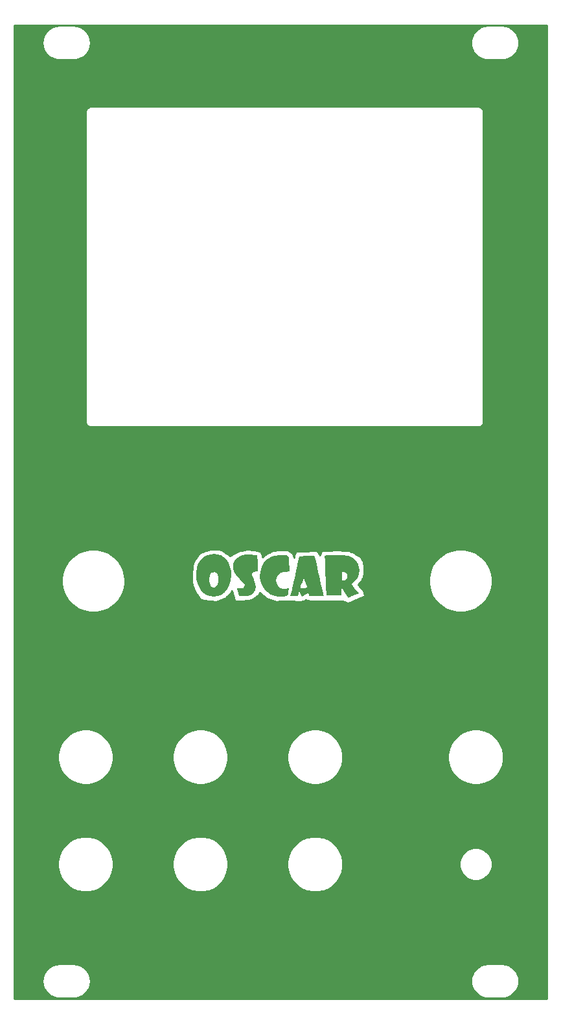
<source format=gbr>
G04 #@! TF.GenerationSoftware,KiCad,Pcbnew,(5.1.4)-1*
G04 #@! TF.CreationDate,2019-09-13T09:02:02+01:00*
G04 #@! TF.ProjectId,oscar_panel,6f736361-725f-4706-916e-656c2e6b6963,rev?*
G04 #@! TF.SameCoordinates,Original*
G04 #@! TF.FileFunction,Copper,L1,Top*
G04 #@! TF.FilePolarity,Positive*
%FSLAX46Y46*%
G04 Gerber Fmt 4.6, Leading zero omitted, Abs format (unit mm)*
G04 Created by KiCad (PCBNEW (5.1.4)-1) date 2019-09-13 09:02:02*
%MOMM*%
%LPD*%
G04 APERTURE LIST*
%ADD10C,1.524000*%
%ADD11C,0.100000*%
%ADD12C,0.254000*%
G04 APERTURE END LIST*
D10*
X167800000Y-111700000D03*
D11*
G36*
X167728191Y-110656576D02*
G01*
X167728205Y-110656576D01*
X168219294Y-110658013D01*
X168219351Y-110658014D01*
X168591006Y-110663356D01*
X168591144Y-110663359D01*
X168869069Y-110675026D01*
X168869343Y-110675045D01*
X169079239Y-110695455D01*
X169079681Y-110695518D01*
X169247250Y-110727091D01*
X169247757Y-110727215D01*
X169398702Y-110772368D01*
X169399045Y-110772484D01*
X169544153Y-110827628D01*
X169544688Y-110827868D01*
X170035425Y-111083607D01*
X170036443Y-111084310D01*
X170400566Y-111409184D01*
X170401230Y-111409905D01*
X170401517Y-111410330D01*
X170642967Y-111810057D01*
X170643531Y-111811404D01*
X170766248Y-112291702D01*
X170766397Y-112292668D01*
X170784639Y-112627155D01*
X170784611Y-112628019D01*
X170720018Y-113169668D01*
X170719693Y-113170940D01*
X170534181Y-113632698D01*
X170533443Y-113633960D01*
X170225693Y-114018173D01*
X170224755Y-114019074D01*
X169843065Y-114299985D01*
X169842983Y-114300044D01*
X169758659Y-114359530D01*
X169753215Y-114425598D01*
X169827384Y-114554819D01*
X169845964Y-114583376D01*
X169964885Y-114741197D01*
X170147611Y-114956914D01*
X170355678Y-115185202D01*
X170366946Y-115197068D01*
X170750628Y-115600154D01*
X170751231Y-115600926D01*
X170751671Y-115601802D01*
X170751932Y-115602747D01*
X170752004Y-115603724D01*
X170751884Y-115604697D01*
X170751577Y-115605628D01*
X170751094Y-115606481D01*
X170750453Y-115607223D01*
X170749681Y-115607826D01*
X170748981Y-115608195D01*
X170082903Y-115894537D01*
X169796149Y-116017833D01*
X169560364Y-116119253D01*
X169406735Y-116185381D01*
X169365913Y-116202994D01*
X169364979Y-116203292D01*
X169364005Y-116203402D01*
X169363028Y-116203321D01*
X169362086Y-116203050D01*
X169361248Y-116202622D01*
X169295420Y-116160743D01*
X169294328Y-116159802D01*
X169180343Y-116028507D01*
X169180077Y-116028172D01*
X169094798Y-115911060D01*
X169094628Y-115910811D01*
X168935767Y-115662392D01*
X168935666Y-115662227D01*
X168762689Y-115367178D01*
X168762612Y-115367043D01*
X168670944Y-115198965D01*
X168670906Y-115198893D01*
X168470289Y-114816371D01*
X168449800Y-115360045D01*
X168428605Y-115922474D01*
X168428473Y-115923445D01*
X168428153Y-115924372D01*
X168427659Y-115925218D01*
X168427009Y-115925952D01*
X168426228Y-115926545D01*
X168425347Y-115926974D01*
X168424399Y-115927223D01*
X168423609Y-115927286D01*
X167446928Y-115927286D01*
X167052711Y-115925798D01*
X167052611Y-115925797D01*
X166781007Y-115919309D01*
X166780704Y-115919292D01*
X166609200Y-115904769D01*
X166608307Y-115904611D01*
X166514386Y-115879016D01*
X166513470Y-115878667D01*
X166512640Y-115878146D01*
X166512127Y-115877689D01*
X166473275Y-115837986D01*
X166472662Y-115837222D01*
X166472209Y-115836352D01*
X166471904Y-115835228D01*
X166465341Y-115791328D01*
X166465289Y-115790748D01*
X166462058Y-115688936D01*
X166452884Y-115460006D01*
X166438543Y-115121876D01*
X166438544Y-115121876D01*
X166419817Y-114692462D01*
X166397480Y-114189656D01*
X166372312Y-113631357D01*
X166352915Y-113205955D01*
X166352915Y-113205944D01*
X166338720Y-112879286D01*
X168507286Y-112879286D01*
X168507286Y-113418571D01*
X168509814Y-113695334D01*
X168523731Y-113856700D01*
X168557641Y-113932332D01*
X168620756Y-113956053D01*
X168673395Y-113957836D01*
X168849632Y-113913909D01*
X169033610Y-113808503D01*
X169171267Y-113656602D01*
X169220828Y-113457044D01*
X169222985Y-113381595D01*
X169166145Y-113117630D01*
X169002715Y-112947897D01*
X168740725Y-112880078D01*
X168703792Y-112879286D01*
X168507286Y-112879286D01*
X166338720Y-112879286D01*
X166338512Y-112874503D01*
X166327605Y-112623547D01*
X166327604Y-112623523D01*
X166306951Y-112087852D01*
X166306950Y-112087824D01*
X166291410Y-111615975D01*
X166291409Y-111615938D01*
X166281436Y-111225010D01*
X166281434Y-111224949D01*
X166277485Y-110932038D01*
X166277486Y-110931900D01*
X166280016Y-110754105D01*
X166280059Y-110753511D01*
X166286430Y-110706044D01*
X166286655Y-110705090D01*
X166287062Y-110704198D01*
X166287635Y-110703403D01*
X166288352Y-110702735D01*
X166289186Y-110702219D01*
X166290547Y-110701780D01*
X166374181Y-110687547D01*
X166374720Y-110687485D01*
X166580315Y-110675127D01*
X166580455Y-110675121D01*
X166884833Y-110665365D01*
X166884908Y-110665363D01*
X167264892Y-110658939D01*
X167264950Y-110658938D01*
X167697363Y-110656572D01*
X167697391Y-110656572D01*
X167728191Y-110656576D01*
X167728191Y-110656576D01*
G37*
D10*
X163900000Y-112000000D03*
D11*
G36*
X164613180Y-110767894D02*
G01*
X164613294Y-110767896D01*
X164839656Y-110773504D01*
X164839965Y-110773521D01*
X164956826Y-110783685D01*
X164957790Y-110783865D01*
X164958568Y-110784164D01*
X164968908Y-110789160D01*
X164969745Y-110789671D01*
X164970466Y-110790335D01*
X164971043Y-110791127D01*
X164971455Y-110792017D01*
X164971680Y-110792939D01*
X164987525Y-110901316D01*
X165032030Y-111130613D01*
X165100668Y-111460732D01*
X165100669Y-111460732D01*
X165188847Y-111871256D01*
X165188846Y-111871256D01*
X165291979Y-112341812D01*
X165405506Y-112852158D01*
X165524851Y-113381966D01*
X165645442Y-113910930D01*
X165762707Y-114418746D01*
X165872074Y-114885109D01*
X165968977Y-115289742D01*
X165968976Y-115289742D01*
X166048811Y-115612207D01*
X166103968Y-115821430D01*
X166149619Y-115984653D01*
X166149789Y-115985619D01*
X166149768Y-115986598D01*
X166149556Y-115987555D01*
X166149161Y-115988453D01*
X166148599Y-115989255D01*
X166147891Y-115989933D01*
X166147064Y-115990460D01*
X166146151Y-115990815D01*
X166144804Y-115991000D01*
X164252551Y-115991000D01*
X164251576Y-115990904D01*
X164250638Y-115990619D01*
X164249773Y-115990157D01*
X164249015Y-115989536D01*
X164248394Y-115988778D01*
X164247932Y-115987913D01*
X164247667Y-115987073D01*
X164199904Y-115769606D01*
X164150003Y-115618485D01*
X164097697Y-115556284D01*
X164014006Y-115593321D01*
X163848317Y-115692709D01*
X163672835Y-115808923D01*
X163303391Y-116063056D01*
X163302533Y-116063530D01*
X163301599Y-116063827D01*
X163300624Y-116063937D01*
X163299648Y-116063854D01*
X163298706Y-116063582D01*
X163297836Y-116063131D01*
X163297070Y-116062520D01*
X163296438Y-116061771D01*
X163296100Y-116061202D01*
X163121271Y-115717193D01*
X162952102Y-115384324D01*
X162863547Y-115679895D01*
X162771405Y-115987435D01*
X162771033Y-115988342D01*
X162770491Y-115989159D01*
X162769800Y-115989854D01*
X162768987Y-115990401D01*
X162768083Y-115990780D01*
X162767122Y-115990974D01*
X162766615Y-115991000D01*
X162262338Y-115991000D01*
X162262205Y-115990998D01*
X161984609Y-115983625D01*
X161983944Y-115983563D01*
X161832372Y-115959066D01*
X161831425Y-115958815D01*
X161830544Y-115958385D01*
X161829589Y-115957619D01*
X161785560Y-115912431D01*
X161784948Y-115911666D01*
X161784497Y-115910795D01*
X161784225Y-115909854D01*
X161784141Y-115908877D01*
X161784267Y-115907826D01*
X161787394Y-115894169D01*
X161787480Y-115893844D01*
X161831617Y-115747169D01*
X161900326Y-115482384D01*
X161988170Y-115123379D01*
X162020571Y-114986383D01*
X162020836Y-114985261D01*
X163090456Y-114985261D01*
X163139764Y-115022483D01*
X163232508Y-115009384D01*
X163421969Y-114973413D01*
X163422052Y-114973398D01*
X163656464Y-114932976D01*
X163656511Y-114932968D01*
X163684394Y-114928429D01*
X163861277Y-114890743D01*
X163926413Y-114834686D01*
X163918507Y-114723099D01*
X163911800Y-114694665D01*
X163855184Y-114521661D01*
X163759174Y-114280554D01*
X163679950Y-114101162D01*
X163500447Y-113712880D01*
X163325879Y-114171403D01*
X163227594Y-114443673D01*
X163147541Y-114690760D01*
X163106213Y-114845732D01*
X163090456Y-114985261D01*
X162020836Y-114985261D01*
X162089714Y-114694048D01*
X162199516Y-114218319D01*
X162312140Y-113720099D01*
X162422147Y-113223300D01*
X162524101Y-112751828D01*
X162612563Y-112329594D01*
X162682098Y-111980511D01*
X162703767Y-111864665D01*
X162898258Y-110796247D01*
X162898527Y-110795304D01*
X162898975Y-110794432D01*
X162899584Y-110793665D01*
X162900332Y-110793030D01*
X162901189Y-110792554D01*
X162902122Y-110792255D01*
X162903079Y-110792143D01*
X163934857Y-110772008D01*
X163934890Y-110772007D01*
X164302995Y-110767257D01*
X164303070Y-110767257D01*
X164613180Y-110767894D01*
X164613180Y-110767894D01*
G37*
D10*
X160100000Y-111600000D03*
D11*
G36*
X161071119Y-110625306D02*
G01*
X161071566Y-110625333D01*
X161301721Y-110649168D01*
X161302681Y-110649364D01*
X161303189Y-110649551D01*
X161441824Y-110709432D01*
X161442681Y-110709907D01*
X161443429Y-110710540D01*
X161444024Y-110711283D01*
X161517941Y-110824164D01*
X161518395Y-110825033D01*
X161518664Y-110825937D01*
X161554666Y-111008770D01*
X161554737Y-111009253D01*
X161569100Y-111157385D01*
X161569108Y-111157480D01*
X161592698Y-111460235D01*
X161592702Y-111460285D01*
X161617720Y-111829448D01*
X161617722Y-111829491D01*
X161638852Y-112186485D01*
X161638854Y-112186513D01*
X161639317Y-112195174D01*
X161670803Y-112786329D01*
X161670759Y-112787308D01*
X161670525Y-112788260D01*
X161670110Y-112789148D01*
X161669529Y-112789938D01*
X161668806Y-112790599D01*
X161667967Y-112791107D01*
X161667046Y-112791441D01*
X161666062Y-112791590D01*
X161132942Y-112818511D01*
X160795577Y-112849136D01*
X160562437Y-112906701D01*
X160399184Y-112995971D01*
X160142773Y-113263278D01*
X159986198Y-113587533D01*
X159928186Y-113938252D01*
X159967488Y-114284761D01*
X160102743Y-114596387D01*
X160332713Y-114842812D01*
X160479114Y-114930218D01*
X160829310Y-115030381D01*
X161202597Y-115030414D01*
X161420368Y-114975869D01*
X161522421Y-114938166D01*
X161523370Y-114937918D01*
X161524186Y-114937856D01*
X161580818Y-114938220D01*
X161581793Y-114938322D01*
X161582729Y-114938613D01*
X161583591Y-114939081D01*
X161584344Y-114939707D01*
X161584961Y-114940469D01*
X161585418Y-114941336D01*
X161585626Y-114941966D01*
X161602279Y-115006226D01*
X161602431Y-115007194D01*
X161602407Y-115008049D01*
X161584776Y-115161937D01*
X161584736Y-115162214D01*
X161538515Y-115431463D01*
X161538513Y-115431476D01*
X161533152Y-115462206D01*
X161533136Y-115462290D01*
X161485183Y-115712017D01*
X161484991Y-115712728D01*
X161434311Y-115857302D01*
X161433898Y-115858191D01*
X161433117Y-115859195D01*
X161354882Y-115936913D01*
X161354122Y-115937533D01*
X161353119Y-115938046D01*
X161222498Y-115987204D01*
X161222095Y-115987336D01*
X161184870Y-115997842D01*
X161184327Y-115997963D01*
X160893293Y-116046059D01*
X160892697Y-116046121D01*
X160523410Y-116062330D01*
X160522990Y-116062331D01*
X160138744Y-116046857D01*
X160138253Y-116046813D01*
X159802344Y-115999861D01*
X159801937Y-115999787D01*
X159773345Y-115993345D01*
X159772705Y-115993155D01*
X159246795Y-115798049D01*
X159245746Y-115797511D01*
X158781902Y-115485919D01*
X158781073Y-115485221D01*
X158391500Y-115076970D01*
X158390877Y-115076167D01*
X158087780Y-114591079D01*
X158087342Y-114590194D01*
X157882924Y-114048095D01*
X157882666Y-114047128D01*
X157789132Y-113467842D01*
X157789074Y-113466798D01*
X157818628Y-112870150D01*
X157818690Y-112869576D01*
X157825346Y-112829613D01*
X157825457Y-112829108D01*
X157995622Y-112210274D01*
X157996026Y-112209258D01*
X158272123Y-111688605D01*
X158272827Y-111687598D01*
X158651789Y-111267465D01*
X158652740Y-111266646D01*
X159131501Y-110949368D01*
X159132534Y-110948844D01*
X159708028Y-110736760D01*
X159708985Y-110736512D01*
X160378148Y-110631957D01*
X160378755Y-110631900D01*
X160722407Y-110620565D01*
X160722640Y-110620562D01*
X161071119Y-110625306D01*
X161071119Y-110625306D01*
G37*
D10*
X155900000Y-111800000D03*
D11*
G36*
X156515238Y-110557063D02*
G01*
X156515500Y-110557083D01*
X156767011Y-110583072D01*
X156767174Y-110583092D01*
X157027819Y-110618734D01*
X157027990Y-110618760D01*
X157254748Y-110657780D01*
X157255072Y-110657847D01*
X157404925Y-110693969D01*
X157405956Y-110694341D01*
X157440536Y-110711309D01*
X157441369Y-110711825D01*
X157442086Y-110712494D01*
X157442658Y-110713289D01*
X157443064Y-110714181D01*
X157443301Y-110715236D01*
X157451754Y-110789991D01*
X157451774Y-110790204D01*
X157465305Y-110983662D01*
X157465308Y-110983714D01*
X157482291Y-111269592D01*
X157482293Y-111269622D01*
X157501102Y-111621635D01*
X157501103Y-111621652D01*
X157508393Y-111767321D01*
X157508393Y-111767326D01*
X157559198Y-112801469D01*
X157559150Y-112802448D01*
X157558912Y-112803398D01*
X157558493Y-112804285D01*
X157557909Y-112805072D01*
X157557182Y-112805730D01*
X157556342Y-112806234D01*
X157555419Y-112806564D01*
X157554204Y-112806714D01*
X157264332Y-112806714D01*
X156985917Y-112843887D01*
X156820334Y-112957533D01*
X156763845Y-113152793D01*
X156815801Y-113436783D01*
X156976215Y-113814213D01*
X157010209Y-113880353D01*
X157010398Y-113880765D01*
X157203738Y-114359133D01*
X157204055Y-114360323D01*
X157264155Y-114795622D01*
X157264193Y-114796602D01*
X157264119Y-114797214D01*
X157192995Y-115182332D01*
X157192723Y-115183274D01*
X157192344Y-115184031D01*
X156992013Y-115511854D01*
X156991423Y-115512636D01*
X156990881Y-115513143D01*
X156663361Y-115776561D01*
X156662448Y-115777145D01*
X156440847Y-115887016D01*
X156439875Y-115887377D01*
X156216895Y-115944914D01*
X156216230Y-115945039D01*
X155909209Y-115981133D01*
X155908801Y-115981164D01*
X155577660Y-115992829D01*
X155577218Y-115992825D01*
X155281882Y-115977076D01*
X155281266Y-115977005D01*
X155141876Y-115952018D01*
X155140933Y-115951751D01*
X155140060Y-115951305D01*
X155139239Y-115950648D01*
X155050374Y-115862633D01*
X155049749Y-115861879D01*
X155049306Y-115861071D01*
X154966275Y-115669643D01*
X154966045Y-115668994D01*
X154940105Y-115575856D01*
X154940069Y-115575717D01*
X154881135Y-115337709D01*
X154829103Y-115137043D01*
X154813662Y-115080993D01*
X154813553Y-115080507D01*
X154798406Y-114991841D01*
X154798337Y-114990863D01*
X154798459Y-114989891D01*
X154798769Y-114988961D01*
X154799255Y-114988109D01*
X154799906Y-114987360D01*
X154842491Y-114947228D01*
X154843267Y-114946629D01*
X154844144Y-114946193D01*
X154845090Y-114945936D01*
X154845805Y-114945868D01*
X154977915Y-114942833D01*
X154978455Y-114942850D01*
X155145649Y-114957100D01*
X155399064Y-114966597D01*
X155562279Y-114928707D01*
X155655758Y-114864447D01*
X155768150Y-114730089D01*
X155800048Y-114587741D01*
X155744387Y-114417988D01*
X155592252Y-114202352D01*
X155335721Y-113923584D01*
X155185345Y-113773987D01*
X155185318Y-113773960D01*
X154855366Y-113440635D01*
X154855147Y-113440399D01*
X154620174Y-113170305D01*
X154619784Y-113169794D01*
X154462704Y-112933922D01*
X154462252Y-112933077D01*
X154365982Y-112702418D01*
X154365699Y-112701503D01*
X154313154Y-112447047D01*
X154313075Y-112446528D01*
X154294750Y-112261200D01*
X154294737Y-112260375D01*
X154325978Y-111792778D01*
X154326139Y-111791811D01*
X154326324Y-111791255D01*
X154490564Y-111380448D01*
X154491016Y-111379578D01*
X154491390Y-111379074D01*
X154786183Y-111030681D01*
X154786801Y-111030068D01*
X154855658Y-110972743D01*
X154856346Y-110972262D01*
X155138717Y-110808267D01*
X155139522Y-110807891D01*
X155513417Y-110672158D01*
X155514034Y-110671978D01*
X155926403Y-110579968D01*
X155927070Y-110579866D01*
X156315206Y-110547018D01*
X156315880Y-110547006D01*
X156515238Y-110557063D01*
X156515238Y-110557063D01*
G37*
D10*
X151500000Y-111700000D03*
D11*
G36*
X151774973Y-110519966D02*
G01*
X152278927Y-110560664D01*
X152279978Y-110560864D01*
X152696062Y-110687269D01*
X152697250Y-110687808D01*
X153065429Y-110916892D01*
X153066211Y-110917492D01*
X153359555Y-111192958D01*
X153360188Y-111193680D01*
X153679159Y-111636283D01*
X153679712Y-111637268D01*
X153898855Y-112158297D01*
X153899139Y-112159207D01*
X154019690Y-112732908D01*
X154019793Y-112733743D01*
X154042985Y-113334362D01*
X154042953Y-113335157D01*
X153970018Y-113936939D01*
X153969855Y-113937733D01*
X153802028Y-114514927D01*
X153801706Y-114515754D01*
X153540220Y-115042604D01*
X153539674Y-115043469D01*
X153185762Y-115494222D01*
X153185349Y-115494685D01*
X153152389Y-115527359D01*
X153151825Y-115527841D01*
X152747159Y-115824438D01*
X152746035Y-115825057D01*
X152275290Y-116010458D01*
X152274134Y-116010760D01*
X151770712Y-116079459D01*
X151769507Y-116079477D01*
X151266811Y-116025965D01*
X151265691Y-116025713D01*
X150902065Y-115898686D01*
X150900992Y-115898160D01*
X150457786Y-115610528D01*
X150456868Y-115609761D01*
X150077774Y-115207118D01*
X150077133Y-115206274D01*
X149778015Y-114710498D01*
X149777589Y-114709602D01*
X149574310Y-114142569D01*
X149574148Y-114142017D01*
X149548756Y-114033124D01*
X149548670Y-114032658D01*
X149513605Y-113773024D01*
X149513567Y-113772627D01*
X149507784Y-113666461D01*
X149507780Y-113666373D01*
X151176406Y-113666373D01*
X151191818Y-114002233D01*
X151257646Y-114326105D01*
X151371470Y-114601661D01*
X151530867Y-114793136D01*
X151570746Y-114819793D01*
X151677655Y-114880549D01*
X151747059Y-114889993D01*
X151858211Y-114851950D01*
X151903559Y-114834510D01*
X152088273Y-114697331D01*
X152229855Y-114463895D01*
X152325566Y-114167012D01*
X152372377Y-113840454D01*
X152367505Y-113517960D01*
X152308337Y-113233326D01*
X152192567Y-113020234D01*
X152059611Y-112924094D01*
X151814924Y-112881456D01*
X151557240Y-112909996D01*
X151453695Y-112949595D01*
X151305485Y-113104058D01*
X151213641Y-113354835D01*
X151176406Y-113666373D01*
X149507780Y-113666373D01*
X149494763Y-113427463D01*
X149494756Y-113427189D01*
X149494923Y-113055474D01*
X149494927Y-113055285D01*
X149498954Y-112950025D01*
X149498991Y-112949576D01*
X149584505Y-112287478D01*
X149584714Y-112286556D01*
X149770082Y-111722764D01*
X149770563Y-111721724D01*
X150051554Y-111260757D01*
X150052380Y-111259733D01*
X150424761Y-110906111D01*
X150425876Y-110905312D01*
X150885417Y-110663554D01*
X150886619Y-110663107D01*
X151429087Y-110537734D01*
X151429957Y-110537613D01*
X151774315Y-110519957D01*
X151774973Y-110519966D01*
X151774973Y-110519966D01*
G37*
D12*
G36*
X195305001Y-168555000D02*
G01*
X125695000Y-168555000D01*
X125695000Y-166250000D01*
X129354186Y-166250000D01*
X129397339Y-166688137D01*
X129525138Y-167109436D01*
X129732674Y-167497707D01*
X130011970Y-167838030D01*
X130352293Y-168117326D01*
X130740564Y-168324862D01*
X131161863Y-168452661D01*
X131490204Y-168485000D01*
X133509796Y-168485000D01*
X133838137Y-168452661D01*
X134259436Y-168324862D01*
X134647707Y-168117326D01*
X134988030Y-167838030D01*
X135267326Y-167497707D01*
X135474862Y-167109436D01*
X135602661Y-166688137D01*
X135645814Y-166250000D01*
X185354186Y-166250000D01*
X185397339Y-166688137D01*
X185525138Y-167109436D01*
X185732674Y-167497707D01*
X186011970Y-167838030D01*
X186352293Y-168117326D01*
X186740564Y-168324862D01*
X187161863Y-168452661D01*
X187490204Y-168485000D01*
X189509796Y-168485000D01*
X189838137Y-168452661D01*
X190259436Y-168324862D01*
X190647707Y-168117326D01*
X190988030Y-167838030D01*
X191267326Y-167497707D01*
X191474862Y-167109436D01*
X191602661Y-166688137D01*
X191645814Y-166250000D01*
X191602661Y-165811863D01*
X191474862Y-165390564D01*
X191267326Y-165002293D01*
X190988030Y-164661970D01*
X190647707Y-164382674D01*
X190259436Y-164175138D01*
X189838137Y-164047339D01*
X189509796Y-164015000D01*
X187490204Y-164015000D01*
X187161863Y-164047339D01*
X186740564Y-164175138D01*
X186352293Y-164382674D01*
X186011970Y-164661970D01*
X185732674Y-165002293D01*
X185525138Y-165390564D01*
X185397339Y-165811863D01*
X185354186Y-166250000D01*
X135645814Y-166250000D01*
X135602661Y-165811863D01*
X135474862Y-165390564D01*
X135267326Y-165002293D01*
X134988030Y-164661970D01*
X134647707Y-164382674D01*
X134259436Y-164175138D01*
X133838137Y-164047339D01*
X133509796Y-164015000D01*
X131490204Y-164015000D01*
X131161863Y-164047339D01*
X130740564Y-164175138D01*
X130352293Y-164382674D01*
X130011970Y-164661970D01*
X129732674Y-165002293D01*
X129525138Y-165390564D01*
X129397339Y-165811863D01*
X129354186Y-166250000D01*
X125695000Y-166250000D01*
X125695000Y-150641984D01*
X131365000Y-150641984D01*
X131365000Y-151358016D01*
X131504691Y-152060290D01*
X131778705Y-152721818D01*
X132176511Y-153317177D01*
X132682823Y-153823489D01*
X133278182Y-154221295D01*
X133939710Y-154495309D01*
X134641984Y-154635000D01*
X135358016Y-154635000D01*
X136060290Y-154495309D01*
X136721818Y-154221295D01*
X137317177Y-153823489D01*
X137823489Y-153317177D01*
X138221295Y-152721818D01*
X138495309Y-152060290D01*
X138635000Y-151358016D01*
X138635000Y-150641984D01*
X146365000Y-150641984D01*
X146365000Y-151358016D01*
X146504691Y-152060290D01*
X146778705Y-152721818D01*
X147176511Y-153317177D01*
X147682823Y-153823489D01*
X148278182Y-154221295D01*
X148939710Y-154495309D01*
X149641984Y-154635000D01*
X150358016Y-154635000D01*
X151060290Y-154495309D01*
X151721818Y-154221295D01*
X152317177Y-153823489D01*
X152823489Y-153317177D01*
X153221295Y-152721818D01*
X153495309Y-152060290D01*
X153635000Y-151358016D01*
X153635000Y-150641984D01*
X161365000Y-150641984D01*
X161365000Y-151358016D01*
X161504691Y-152060290D01*
X161778705Y-152721818D01*
X162176511Y-153317177D01*
X162682823Y-153823489D01*
X163278182Y-154221295D01*
X163939710Y-154495309D01*
X164641984Y-154635000D01*
X165358016Y-154635000D01*
X166060290Y-154495309D01*
X166721818Y-154221295D01*
X167317177Y-153823489D01*
X167823489Y-153317177D01*
X168221295Y-152721818D01*
X168495309Y-152060290D01*
X168635000Y-151358016D01*
X168635000Y-150789721D01*
X183865000Y-150789721D01*
X183865000Y-151210279D01*
X183947047Y-151622756D01*
X184107988Y-152011302D01*
X184341637Y-152360983D01*
X184639017Y-152658363D01*
X184988698Y-152892012D01*
X185377244Y-153052953D01*
X185789721Y-153135000D01*
X186210279Y-153135000D01*
X186622756Y-153052953D01*
X187011302Y-152892012D01*
X187360983Y-152658363D01*
X187658363Y-152360983D01*
X187892012Y-152011302D01*
X188052953Y-151622756D01*
X188135000Y-151210279D01*
X188135000Y-150789721D01*
X188052953Y-150377244D01*
X187892012Y-149988698D01*
X187658363Y-149639017D01*
X187360983Y-149341637D01*
X187011302Y-149107988D01*
X186622756Y-148947047D01*
X186210279Y-148865000D01*
X185789721Y-148865000D01*
X185377244Y-148947047D01*
X184988698Y-149107988D01*
X184639017Y-149341637D01*
X184341637Y-149639017D01*
X184107988Y-149988698D01*
X183947047Y-150377244D01*
X183865000Y-150789721D01*
X168635000Y-150789721D01*
X168635000Y-150641984D01*
X168495309Y-149939710D01*
X168221295Y-149278182D01*
X167823489Y-148682823D01*
X167317177Y-148176511D01*
X166721818Y-147778705D01*
X166060290Y-147504691D01*
X165358016Y-147365000D01*
X164641984Y-147365000D01*
X163939710Y-147504691D01*
X163278182Y-147778705D01*
X162682823Y-148176511D01*
X162176511Y-148682823D01*
X161778705Y-149278182D01*
X161504691Y-149939710D01*
X161365000Y-150641984D01*
X153635000Y-150641984D01*
X153495309Y-149939710D01*
X153221295Y-149278182D01*
X152823489Y-148682823D01*
X152317177Y-148176511D01*
X151721818Y-147778705D01*
X151060290Y-147504691D01*
X150358016Y-147365000D01*
X149641984Y-147365000D01*
X148939710Y-147504691D01*
X148278182Y-147778705D01*
X147682823Y-148176511D01*
X147176511Y-148682823D01*
X146778705Y-149278182D01*
X146504691Y-149939710D01*
X146365000Y-150641984D01*
X138635000Y-150641984D01*
X138495309Y-149939710D01*
X138221295Y-149278182D01*
X137823489Y-148682823D01*
X137317177Y-148176511D01*
X136721818Y-147778705D01*
X136060290Y-147504691D01*
X135358016Y-147365000D01*
X134641984Y-147365000D01*
X133939710Y-147504691D01*
X133278182Y-147778705D01*
X132682823Y-148176511D01*
X132176511Y-148682823D01*
X131778705Y-149278182D01*
X131504691Y-149939710D01*
X131365000Y-150641984D01*
X125695000Y-150641984D01*
X125695000Y-136641984D01*
X131365000Y-136641984D01*
X131365000Y-137358016D01*
X131504691Y-138060290D01*
X131778705Y-138721818D01*
X132176511Y-139317177D01*
X132682823Y-139823489D01*
X133278182Y-140221295D01*
X133939710Y-140495309D01*
X134641984Y-140635000D01*
X135358016Y-140635000D01*
X136060290Y-140495309D01*
X136721818Y-140221295D01*
X137317177Y-139823489D01*
X137823489Y-139317177D01*
X138221295Y-138721818D01*
X138495309Y-138060290D01*
X138635000Y-137358016D01*
X138635000Y-136641984D01*
X146365000Y-136641984D01*
X146365000Y-137358016D01*
X146504691Y-138060290D01*
X146778705Y-138721818D01*
X147176511Y-139317177D01*
X147682823Y-139823489D01*
X148278182Y-140221295D01*
X148939710Y-140495309D01*
X149641984Y-140635000D01*
X150358016Y-140635000D01*
X151060290Y-140495309D01*
X151721818Y-140221295D01*
X152317177Y-139823489D01*
X152823489Y-139317177D01*
X153221295Y-138721818D01*
X153495309Y-138060290D01*
X153635000Y-137358016D01*
X153635000Y-136641984D01*
X161365000Y-136641984D01*
X161365000Y-137358016D01*
X161504691Y-138060290D01*
X161778705Y-138721818D01*
X162176511Y-139317177D01*
X162682823Y-139823489D01*
X163278182Y-140221295D01*
X163939710Y-140495309D01*
X164641984Y-140635000D01*
X165358016Y-140635000D01*
X166060290Y-140495309D01*
X166721818Y-140221295D01*
X167317177Y-139823489D01*
X167823489Y-139317177D01*
X168221295Y-138721818D01*
X168495309Y-138060290D01*
X168635000Y-137358016D01*
X168635000Y-136641984D01*
X182365000Y-136641984D01*
X182365000Y-137358016D01*
X182504691Y-138060290D01*
X182778705Y-138721818D01*
X183176511Y-139317177D01*
X183682823Y-139823489D01*
X184278182Y-140221295D01*
X184939710Y-140495309D01*
X185641984Y-140635000D01*
X186358016Y-140635000D01*
X187060290Y-140495309D01*
X187721818Y-140221295D01*
X188317177Y-139823489D01*
X188823489Y-139317177D01*
X189221295Y-138721818D01*
X189495309Y-138060290D01*
X189635000Y-137358016D01*
X189635000Y-136641984D01*
X189495309Y-135939710D01*
X189221295Y-135278182D01*
X188823489Y-134682823D01*
X188317177Y-134176511D01*
X187721818Y-133778705D01*
X187060290Y-133504691D01*
X186358016Y-133365000D01*
X185641984Y-133365000D01*
X184939710Y-133504691D01*
X184278182Y-133778705D01*
X183682823Y-134176511D01*
X183176511Y-134682823D01*
X182778705Y-135278182D01*
X182504691Y-135939710D01*
X182365000Y-136641984D01*
X168635000Y-136641984D01*
X168495309Y-135939710D01*
X168221295Y-135278182D01*
X167823489Y-134682823D01*
X167317177Y-134176511D01*
X166721818Y-133778705D01*
X166060290Y-133504691D01*
X165358016Y-133365000D01*
X164641984Y-133365000D01*
X163939710Y-133504691D01*
X163278182Y-133778705D01*
X162682823Y-134176511D01*
X162176511Y-134682823D01*
X161778705Y-135278182D01*
X161504691Y-135939710D01*
X161365000Y-136641984D01*
X153635000Y-136641984D01*
X153495309Y-135939710D01*
X153221295Y-135278182D01*
X152823489Y-134682823D01*
X152317177Y-134176511D01*
X151721818Y-133778705D01*
X151060290Y-133504691D01*
X150358016Y-133365000D01*
X149641984Y-133365000D01*
X148939710Y-133504691D01*
X148278182Y-133778705D01*
X147682823Y-134176511D01*
X147176511Y-134682823D01*
X146778705Y-135278182D01*
X146504691Y-135939710D01*
X146365000Y-136641984D01*
X138635000Y-136641984D01*
X138495309Y-135939710D01*
X138221295Y-135278182D01*
X137823489Y-134682823D01*
X137317177Y-134176511D01*
X136721818Y-133778705D01*
X136060290Y-133504691D01*
X135358016Y-133365000D01*
X134641984Y-133365000D01*
X133939710Y-133504691D01*
X133278182Y-133778705D01*
X132682823Y-134176511D01*
X132176511Y-134682823D01*
X131778705Y-135278182D01*
X131504691Y-135939710D01*
X131365000Y-136641984D01*
X125695000Y-136641984D01*
X125695000Y-113592738D01*
X131865000Y-113592738D01*
X131865000Y-114407262D01*
X132023906Y-115206135D01*
X132335611Y-115958657D01*
X132788136Y-116635909D01*
X133364091Y-117211864D01*
X134041343Y-117664389D01*
X134793865Y-117976094D01*
X135592738Y-118135000D01*
X136407262Y-118135000D01*
X137206135Y-117976094D01*
X137958657Y-117664389D01*
X138635909Y-117211864D01*
X139211864Y-116635909D01*
X139664389Y-115958657D01*
X139976094Y-115206135D01*
X140135000Y-114407262D01*
X140135000Y-113592738D01*
X140102014Y-113426902D01*
X148856684Y-113426902D01*
X148856892Y-113443485D01*
X148856899Y-113443759D01*
X148857636Y-113462177D01*
X148870653Y-113701087D01*
X148870657Y-113701166D01*
X148876440Y-113807332D01*
X148878398Y-113833424D01*
X148878436Y-113833821D01*
X148881274Y-113858424D01*
X148916339Y-114118058D01*
X148921194Y-114148458D01*
X148921280Y-114148924D01*
X148923031Y-114157312D01*
X148973777Y-114614025D01*
X148976113Y-114627947D01*
X148983946Y-114651580D01*
X149383946Y-115551580D01*
X149399752Y-115577970D01*
X150099752Y-116477970D01*
X150116890Y-116496030D01*
X150137221Y-116510398D01*
X150159965Y-116520525D01*
X150184248Y-116526019D01*
X151097509Y-116640177D01*
X151125626Y-116648222D01*
X151126746Y-116648474D01*
X151199270Y-116660452D01*
X151606562Y-116703808D01*
X151784248Y-116726019D01*
X151808870Y-116726690D01*
X151833416Y-116722525D01*
X151889466Y-116707239D01*
X152360408Y-116642972D01*
X152435415Y-116628113D01*
X152436571Y-116627811D01*
X152509111Y-116604144D01*
X152979856Y-116418743D01*
X153053839Y-116383978D01*
X153054963Y-116383359D01*
X153124361Y-116339078D01*
X153164150Y-116309915D01*
X153356796Y-116213592D01*
X153386957Y-116192560D01*
X153403344Y-116173817D01*
X153462136Y-116091508D01*
X153529027Y-116042481D01*
X153566368Y-116012908D01*
X153566932Y-116012426D01*
X153601604Y-115980506D01*
X153634564Y-115947832D01*
X153661512Y-115919426D01*
X153661925Y-115918963D01*
X153687625Y-115888264D01*
X154041537Y-115437511D01*
X154079246Y-115384054D01*
X154079792Y-115383189D01*
X154111768Y-115326274D01*
X154124968Y-115299678D01*
X154477886Y-116534890D01*
X154482667Y-116548601D01*
X154494403Y-116570557D01*
X154510197Y-116589803D01*
X154529443Y-116605597D01*
X154551399Y-116617333D01*
X154575224Y-116624560D01*
X154600000Y-116627000D01*
X155487133Y-116627000D01*
X155543241Y-116629992D01*
X155571444Y-116630871D01*
X155571886Y-116630875D01*
X155600123Y-116630505D01*
X155699621Y-116627000D01*
X155800000Y-116627000D01*
X155824907Y-116624534D01*
X155836726Y-116622170D01*
X155931264Y-116618840D01*
X155957143Y-116617402D01*
X155957551Y-116617371D01*
X155983709Y-116614841D01*
X156290730Y-116578747D01*
X156334104Y-116572129D01*
X156334769Y-116572004D01*
X156376319Y-116562749D01*
X156599299Y-116505212D01*
X156662028Y-116485528D01*
X156663000Y-116485167D01*
X156724282Y-116458681D01*
X156771685Y-116435178D01*
X156824907Y-116424534D01*
X156848478Y-116417383D01*
X156870447Y-116405670D01*
X157470447Y-116005670D01*
X157489896Y-115989709D01*
X157505670Y-115970447D01*
X157800000Y-115528952D01*
X157894330Y-115670447D01*
X157918697Y-115697564D01*
X158518697Y-116197564D01*
X158543204Y-116213592D01*
X159143204Y-116513592D01*
X159169198Y-116523208D01*
X159969198Y-116723208D01*
X159983042Y-116725863D01*
X160007922Y-116726753D01*
X160461117Y-116698428D01*
X160497315Y-116699886D01*
X160524509Y-116700401D01*
X160524929Y-116700400D01*
X160551390Y-116699788D01*
X160920677Y-116683579D01*
X160958717Y-116680768D01*
X160959313Y-116680706D01*
X160997329Y-116675592D01*
X161101232Y-116658421D01*
X161600000Y-116627248D01*
X163192078Y-116726753D01*
X163215884Y-116726003D01*
X163240161Y-116720483D01*
X163304874Y-116698912D01*
X163372158Y-116697987D01*
X163373133Y-116697877D01*
X163494957Y-116671896D01*
X163495891Y-116671599D01*
X163611081Y-116622041D01*
X163611939Y-116621567D01*
X163665013Y-116588761D01*
X163692922Y-116569563D01*
X163805077Y-116532178D01*
X164041170Y-116591201D01*
X164065141Y-116601132D01*
X164066079Y-116601417D01*
X164144492Y-116617031D01*
X164169198Y-116623208D01*
X164185729Y-116625243D01*
X164189053Y-116625905D01*
X164190028Y-116626001D01*
X164193118Y-116626153D01*
X164200000Y-116627000D01*
X164210367Y-116627000D01*
X164252551Y-116629072D01*
X166144804Y-116629072D01*
X166175119Y-116627000D01*
X168573933Y-116627000D01*
X169249972Y-116916731D01*
X169276744Y-116924853D01*
X169301548Y-116926991D01*
X169326293Y-116924248D01*
X169350028Y-116916731D01*
X171450028Y-116016731D01*
X171468676Y-116006830D01*
X171488198Y-115991379D01*
X171504330Y-115972416D01*
X171516454Y-115950671D01*
X171524101Y-115926979D01*
X171526980Y-115902249D01*
X171524979Y-115877433D01*
X171518175Y-115853485D01*
X171506830Y-115831324D01*
X171386215Y-115643701D01*
X171388350Y-115556828D01*
X171388278Y-115555851D01*
X171366977Y-115432877D01*
X171366716Y-115431932D01*
X171321858Y-115315407D01*
X171321418Y-115314531D01*
X171254087Y-115208151D01*
X171253484Y-115207379D01*
X171212800Y-115160230D01*
X170829118Y-114757144D01*
X170822890Y-114750586D01*
X170786170Y-114710297D01*
X170649493Y-114497689D01*
X170654216Y-114489818D01*
X170666773Y-114479244D01*
X170667711Y-114478343D01*
X170723703Y-114417073D01*
X171031453Y-114032860D01*
X171084248Y-113956063D01*
X171084986Y-113954801D01*
X171126258Y-113870566D01*
X171186858Y-113719725D01*
X171288448Y-113592738D01*
X179865000Y-113592738D01*
X179865000Y-114407262D01*
X180023906Y-115206135D01*
X180335611Y-115958657D01*
X180788136Y-116635909D01*
X181364091Y-117211864D01*
X182041343Y-117664389D01*
X182793865Y-117976094D01*
X183592738Y-118135000D01*
X184407262Y-118135000D01*
X185206135Y-117976094D01*
X185958657Y-117664389D01*
X186635909Y-117211864D01*
X187211864Y-116635909D01*
X187664389Y-115958657D01*
X187976094Y-115206135D01*
X188135000Y-114407262D01*
X188135000Y-113592738D01*
X187976094Y-112793865D01*
X187664389Y-112041343D01*
X187211864Y-111364091D01*
X186635909Y-110788136D01*
X185958657Y-110335611D01*
X185206135Y-110023906D01*
X184407262Y-109865000D01*
X183592738Y-109865000D01*
X182793865Y-110023906D01*
X182041343Y-110335611D01*
X181364091Y-110788136D01*
X180788136Y-111364091D01*
X180335611Y-112041343D01*
X180023906Y-112793865D01*
X179865000Y-113592738D01*
X171288448Y-113592738D01*
X171299170Y-113579336D01*
X171311248Y-113561261D01*
X171321062Y-113538380D01*
X171326223Y-113514025D01*
X171390056Y-112939530D01*
X171418194Y-112703575D01*
X171422297Y-112649357D01*
X171426223Y-112614025D01*
X171426370Y-112587363D01*
X171415633Y-112479997D01*
X171403522Y-112257921D01*
X171397012Y-112195399D01*
X171396863Y-112194433D01*
X171384460Y-112133748D01*
X171378789Y-112111552D01*
X171326370Y-111587363D01*
X171320441Y-111559713D01*
X171310267Y-111536990D01*
X170910267Y-110836990D01*
X170895943Y-110816789D01*
X170877866Y-110799671D01*
X170856796Y-110786408D01*
X170382915Y-110549467D01*
X170330306Y-110517761D01*
X169839569Y-110262022D01*
X169805851Y-110245691D01*
X169805316Y-110245451D01*
X169770818Y-110231173D01*
X169668751Y-110192385D01*
X169456796Y-110086408D01*
X169433007Y-110077364D01*
X169408448Y-110073281D01*
X168979821Y-110044706D01*
X168931097Y-110039968D01*
X168913483Y-110038502D01*
X168913209Y-110038483D01*
X168895831Y-110037515D01*
X168831364Y-110034809D01*
X167908448Y-109973281D01*
X167893658Y-109973158D01*
X166697257Y-110032978D01*
X166560014Y-110037377D01*
X166553134Y-110037634D01*
X166552994Y-110037640D01*
X166542031Y-110038205D01*
X166336436Y-110050563D01*
X166324271Y-110051627D01*
X165893658Y-110073158D01*
X165861167Y-110079083D01*
X165838323Y-110088982D01*
X165817850Y-110103148D01*
X165800533Y-110121035D01*
X165787039Y-110141958D01*
X165777886Y-110165110D01*
X165650247Y-110611847D01*
X165303344Y-110126183D01*
X165286285Y-110106812D01*
X165266447Y-110091770D01*
X165244055Y-110080886D01*
X165219971Y-110074580D01*
X165195119Y-110073094D01*
X163288389Y-110146430D01*
X162890629Y-110154192D01*
X162828910Y-110158396D01*
X162827953Y-110158508D01*
X162796346Y-110165354D01*
X162595119Y-110173094D01*
X162566456Y-110177510D01*
X162543204Y-110186408D01*
X162522134Y-110199671D01*
X162504057Y-110216789D01*
X162489667Y-110237106D01*
X162479517Y-110259839D01*
X162451674Y-110343368D01*
X162399875Y-110396895D01*
X162399266Y-110397662D01*
X162331424Y-110502846D01*
X162330976Y-110503718D01*
X162284932Y-110620270D01*
X162284663Y-110621213D01*
X162270502Y-110681973D01*
X162220665Y-110955747D01*
X162124534Y-110475093D01*
X162117282Y-110451276D01*
X162105523Y-110429332D01*
X162089709Y-110410104D01*
X162070447Y-110394330D01*
X161932226Y-110302182D01*
X161855616Y-110223469D01*
X161854868Y-110222836D01*
X161752003Y-110151825D01*
X161751146Y-110151350D01*
X161694835Y-110123667D01*
X161608546Y-110086396D01*
X161470447Y-109994330D01*
X161448601Y-109982667D01*
X161424776Y-109975440D01*
X161400000Y-109973000D01*
X160600000Y-109973000D01*
X160588502Y-109973522D01*
X160363368Y-109993989D01*
X160357720Y-109994175D01*
X160319100Y-109996623D01*
X160318493Y-109996680D01*
X160279646Y-110001534D01*
X160278639Y-110001691D01*
X159488502Y-110073522D01*
X159461167Y-110079083D01*
X159438323Y-110088982D01*
X159079292Y-110288444D01*
X158911894Y-110350134D01*
X158843879Y-110379797D01*
X158842846Y-110380321D01*
X158779022Y-110417490D01*
X158300261Y-110734768D01*
X158236359Y-110783156D01*
X158235408Y-110783975D01*
X158177986Y-110840093D01*
X158149863Y-110871271D01*
X158082887Y-110692668D01*
X158077332Y-110643542D01*
X158065858Y-110575382D01*
X158065621Y-110574327D01*
X158023810Y-110449851D01*
X158023404Y-110448959D01*
X157960599Y-110340632D01*
X157960027Y-110339837D01*
X157943562Y-110321134D01*
X157918914Y-110255407D01*
X157911018Y-110238323D01*
X157896852Y-110217850D01*
X157878965Y-110200533D01*
X157858042Y-110187039D01*
X157834890Y-110177886D01*
X157747921Y-110153038D01*
X157721615Y-110138482D01*
X157687035Y-110121514D01*
X157622516Y-110094143D01*
X157621485Y-110093771D01*
X157554449Y-110073664D01*
X157404596Y-110037542D01*
X157384285Y-110032995D01*
X157383961Y-110032928D01*
X157362956Y-110028950D01*
X157238896Y-110007602D01*
X157134890Y-109977886D01*
X157112637Y-109973630D01*
X156112637Y-109873630D01*
X156093827Y-109873150D01*
X156069198Y-109876792D01*
X155416058Y-110040077D01*
X155375081Y-110049220D01*
X155335336Y-110059440D01*
X155334719Y-110059620D01*
X155324436Y-110062982D01*
X154869198Y-110176792D01*
X154857160Y-110180444D01*
X154834659Y-110191098D01*
X153906059Y-110748258D01*
X153538599Y-110485786D01*
X153502999Y-110452356D01*
X153454624Y-110411260D01*
X153453842Y-110410660D01*
X153402518Y-110375129D01*
X153034339Y-110146045D01*
X152960881Y-110106745D01*
X152959693Y-110106206D01*
X152907244Y-110086438D01*
X152563010Y-109889733D01*
X152548601Y-109882667D01*
X152524776Y-109875440D01*
X152500000Y-109873000D01*
X151300000Y-109873000D01*
X151284116Y-109873997D01*
X151259839Y-109879517D01*
X150844626Y-110017921D01*
X150742938Y-110041423D01*
X150664214Y-110065050D01*
X150663012Y-110065497D01*
X150588339Y-110098859D01*
X150565038Y-110111117D01*
X150059839Y-110279517D01*
X150038739Y-110288752D01*
X150018213Y-110302841D01*
X150000830Y-110320664D01*
X149640990Y-110770464D01*
X149613000Y-110797044D01*
X149555742Y-110859125D01*
X149554916Y-110860149D01*
X149506725Y-110928646D01*
X149482015Y-110969182D01*
X149200830Y-111320664D01*
X149189667Y-111337106D01*
X149179517Y-111359839D01*
X148979517Y-111959839D01*
X148973777Y-111985975D01*
X148935005Y-112334923D01*
X148866175Y-112867844D01*
X148863074Y-112897173D01*
X148863037Y-112897622D01*
X148861348Y-112925632D01*
X148857321Y-113030892D01*
X148856998Y-113041784D01*
X148856994Y-113041973D01*
X148856851Y-113055187D01*
X148856684Y-113426902D01*
X140102014Y-113426902D01*
X139976094Y-112793865D01*
X139664389Y-112041343D01*
X139211864Y-111364091D01*
X138635909Y-110788136D01*
X137958657Y-110335611D01*
X137206135Y-110023906D01*
X136407262Y-109865000D01*
X135592738Y-109865000D01*
X134793865Y-110023906D01*
X134041343Y-110335611D01*
X133364091Y-110788136D01*
X132788136Y-111364091D01*
X132335611Y-112041343D01*
X132023906Y-112793865D01*
X131865000Y-113592738D01*
X125695000Y-113592738D01*
X125695000Y-52800000D01*
X134986565Y-52800000D01*
X134990001Y-52834887D01*
X134990000Y-93165123D01*
X134986565Y-93200000D01*
X135000273Y-93339184D01*
X135040872Y-93473020D01*
X135106800Y-93596363D01*
X135195525Y-93704475D01*
X135303637Y-93793200D01*
X135426980Y-93859128D01*
X135560816Y-93899727D01*
X135700000Y-93913435D01*
X135734877Y-93910000D01*
X186265123Y-93910000D01*
X186300000Y-93913435D01*
X186334877Y-93910000D01*
X186439184Y-93899727D01*
X186573020Y-93859128D01*
X186696363Y-93793200D01*
X186804475Y-93704475D01*
X186893200Y-93596363D01*
X186959128Y-93473020D01*
X186999727Y-93339184D01*
X187013435Y-93200000D01*
X187010000Y-93165123D01*
X187010000Y-52834877D01*
X187013435Y-52800000D01*
X186999727Y-52660816D01*
X186959128Y-52526980D01*
X186893200Y-52403637D01*
X186804475Y-52295525D01*
X186696363Y-52206800D01*
X186573020Y-52140872D01*
X186439184Y-52100273D01*
X186334877Y-52090000D01*
X186300000Y-52086565D01*
X186265123Y-52090000D01*
X135734877Y-52090000D01*
X135700000Y-52086565D01*
X135665123Y-52090000D01*
X135560816Y-52100273D01*
X135426980Y-52140872D01*
X135303637Y-52206800D01*
X135195525Y-52295525D01*
X135106800Y-52403637D01*
X135040872Y-52526980D01*
X135000273Y-52660816D01*
X134986565Y-52800000D01*
X125695000Y-52800000D01*
X125695000Y-43750000D01*
X129354186Y-43750000D01*
X129397339Y-44188137D01*
X129525138Y-44609436D01*
X129732674Y-44997707D01*
X130011970Y-45338030D01*
X130352293Y-45617326D01*
X130740564Y-45824862D01*
X131161863Y-45952661D01*
X131490204Y-45985000D01*
X133509796Y-45985000D01*
X133838137Y-45952661D01*
X134259436Y-45824862D01*
X134647707Y-45617326D01*
X134988030Y-45338030D01*
X135267326Y-44997707D01*
X135474862Y-44609436D01*
X135602661Y-44188137D01*
X135645814Y-43750000D01*
X185354186Y-43750000D01*
X185397339Y-44188137D01*
X185525138Y-44609436D01*
X185732674Y-44997707D01*
X186011970Y-45338030D01*
X186352293Y-45617326D01*
X186740564Y-45824862D01*
X187161863Y-45952661D01*
X187490204Y-45985000D01*
X189509796Y-45985000D01*
X189838137Y-45952661D01*
X190259436Y-45824862D01*
X190647707Y-45617326D01*
X190988030Y-45338030D01*
X191267326Y-44997707D01*
X191474862Y-44609436D01*
X191602661Y-44188137D01*
X191645814Y-43750000D01*
X191602661Y-43311863D01*
X191474862Y-42890564D01*
X191267326Y-42502293D01*
X190988030Y-42161970D01*
X190647707Y-41882674D01*
X190259436Y-41675138D01*
X189838137Y-41547339D01*
X189509796Y-41515000D01*
X187490204Y-41515000D01*
X187161863Y-41547339D01*
X186740564Y-41675138D01*
X186352293Y-41882674D01*
X186011970Y-42161970D01*
X185732674Y-42502293D01*
X185525138Y-42890564D01*
X185397339Y-43311863D01*
X185354186Y-43750000D01*
X135645814Y-43750000D01*
X135602661Y-43311863D01*
X135474862Y-42890564D01*
X135267326Y-42502293D01*
X134988030Y-42161970D01*
X134647707Y-41882674D01*
X134259436Y-41675138D01*
X133838137Y-41547339D01*
X133509796Y-41515000D01*
X131490204Y-41515000D01*
X131161863Y-41547339D01*
X130740564Y-41675138D01*
X130352293Y-41882674D01*
X130011970Y-42161970D01*
X129732674Y-42502293D01*
X129525138Y-42890564D01*
X129397339Y-43311863D01*
X129354186Y-43750000D01*
X125695000Y-43750000D01*
X125695000Y-41445000D01*
X195305000Y-41445000D01*
X195305001Y-168555000D01*
X195305001Y-168555000D01*
G37*
X195305001Y-168555000D02*
X125695000Y-168555000D01*
X125695000Y-166250000D01*
X129354186Y-166250000D01*
X129397339Y-166688137D01*
X129525138Y-167109436D01*
X129732674Y-167497707D01*
X130011970Y-167838030D01*
X130352293Y-168117326D01*
X130740564Y-168324862D01*
X131161863Y-168452661D01*
X131490204Y-168485000D01*
X133509796Y-168485000D01*
X133838137Y-168452661D01*
X134259436Y-168324862D01*
X134647707Y-168117326D01*
X134988030Y-167838030D01*
X135267326Y-167497707D01*
X135474862Y-167109436D01*
X135602661Y-166688137D01*
X135645814Y-166250000D01*
X185354186Y-166250000D01*
X185397339Y-166688137D01*
X185525138Y-167109436D01*
X185732674Y-167497707D01*
X186011970Y-167838030D01*
X186352293Y-168117326D01*
X186740564Y-168324862D01*
X187161863Y-168452661D01*
X187490204Y-168485000D01*
X189509796Y-168485000D01*
X189838137Y-168452661D01*
X190259436Y-168324862D01*
X190647707Y-168117326D01*
X190988030Y-167838030D01*
X191267326Y-167497707D01*
X191474862Y-167109436D01*
X191602661Y-166688137D01*
X191645814Y-166250000D01*
X191602661Y-165811863D01*
X191474862Y-165390564D01*
X191267326Y-165002293D01*
X190988030Y-164661970D01*
X190647707Y-164382674D01*
X190259436Y-164175138D01*
X189838137Y-164047339D01*
X189509796Y-164015000D01*
X187490204Y-164015000D01*
X187161863Y-164047339D01*
X186740564Y-164175138D01*
X186352293Y-164382674D01*
X186011970Y-164661970D01*
X185732674Y-165002293D01*
X185525138Y-165390564D01*
X185397339Y-165811863D01*
X185354186Y-166250000D01*
X135645814Y-166250000D01*
X135602661Y-165811863D01*
X135474862Y-165390564D01*
X135267326Y-165002293D01*
X134988030Y-164661970D01*
X134647707Y-164382674D01*
X134259436Y-164175138D01*
X133838137Y-164047339D01*
X133509796Y-164015000D01*
X131490204Y-164015000D01*
X131161863Y-164047339D01*
X130740564Y-164175138D01*
X130352293Y-164382674D01*
X130011970Y-164661970D01*
X129732674Y-165002293D01*
X129525138Y-165390564D01*
X129397339Y-165811863D01*
X129354186Y-166250000D01*
X125695000Y-166250000D01*
X125695000Y-150641984D01*
X131365000Y-150641984D01*
X131365000Y-151358016D01*
X131504691Y-152060290D01*
X131778705Y-152721818D01*
X132176511Y-153317177D01*
X132682823Y-153823489D01*
X133278182Y-154221295D01*
X133939710Y-154495309D01*
X134641984Y-154635000D01*
X135358016Y-154635000D01*
X136060290Y-154495309D01*
X136721818Y-154221295D01*
X137317177Y-153823489D01*
X137823489Y-153317177D01*
X138221295Y-152721818D01*
X138495309Y-152060290D01*
X138635000Y-151358016D01*
X138635000Y-150641984D01*
X146365000Y-150641984D01*
X146365000Y-151358016D01*
X146504691Y-152060290D01*
X146778705Y-152721818D01*
X147176511Y-153317177D01*
X147682823Y-153823489D01*
X148278182Y-154221295D01*
X148939710Y-154495309D01*
X149641984Y-154635000D01*
X150358016Y-154635000D01*
X151060290Y-154495309D01*
X151721818Y-154221295D01*
X152317177Y-153823489D01*
X152823489Y-153317177D01*
X153221295Y-152721818D01*
X153495309Y-152060290D01*
X153635000Y-151358016D01*
X153635000Y-150641984D01*
X161365000Y-150641984D01*
X161365000Y-151358016D01*
X161504691Y-152060290D01*
X161778705Y-152721818D01*
X162176511Y-153317177D01*
X162682823Y-153823489D01*
X163278182Y-154221295D01*
X163939710Y-154495309D01*
X164641984Y-154635000D01*
X165358016Y-154635000D01*
X166060290Y-154495309D01*
X166721818Y-154221295D01*
X167317177Y-153823489D01*
X167823489Y-153317177D01*
X168221295Y-152721818D01*
X168495309Y-152060290D01*
X168635000Y-151358016D01*
X168635000Y-150789721D01*
X183865000Y-150789721D01*
X183865000Y-151210279D01*
X183947047Y-151622756D01*
X184107988Y-152011302D01*
X184341637Y-152360983D01*
X184639017Y-152658363D01*
X184988698Y-152892012D01*
X185377244Y-153052953D01*
X185789721Y-153135000D01*
X186210279Y-153135000D01*
X186622756Y-153052953D01*
X187011302Y-152892012D01*
X187360983Y-152658363D01*
X187658363Y-152360983D01*
X187892012Y-152011302D01*
X188052953Y-151622756D01*
X188135000Y-151210279D01*
X188135000Y-150789721D01*
X188052953Y-150377244D01*
X187892012Y-149988698D01*
X187658363Y-149639017D01*
X187360983Y-149341637D01*
X187011302Y-149107988D01*
X186622756Y-148947047D01*
X186210279Y-148865000D01*
X185789721Y-148865000D01*
X185377244Y-148947047D01*
X184988698Y-149107988D01*
X184639017Y-149341637D01*
X184341637Y-149639017D01*
X184107988Y-149988698D01*
X183947047Y-150377244D01*
X183865000Y-150789721D01*
X168635000Y-150789721D01*
X168635000Y-150641984D01*
X168495309Y-149939710D01*
X168221295Y-149278182D01*
X167823489Y-148682823D01*
X167317177Y-148176511D01*
X166721818Y-147778705D01*
X166060290Y-147504691D01*
X165358016Y-147365000D01*
X164641984Y-147365000D01*
X163939710Y-147504691D01*
X163278182Y-147778705D01*
X162682823Y-148176511D01*
X162176511Y-148682823D01*
X161778705Y-149278182D01*
X161504691Y-149939710D01*
X161365000Y-150641984D01*
X153635000Y-150641984D01*
X153495309Y-149939710D01*
X153221295Y-149278182D01*
X152823489Y-148682823D01*
X152317177Y-148176511D01*
X151721818Y-147778705D01*
X151060290Y-147504691D01*
X150358016Y-147365000D01*
X149641984Y-147365000D01*
X148939710Y-147504691D01*
X148278182Y-147778705D01*
X147682823Y-148176511D01*
X147176511Y-148682823D01*
X146778705Y-149278182D01*
X146504691Y-149939710D01*
X146365000Y-150641984D01*
X138635000Y-150641984D01*
X138495309Y-149939710D01*
X138221295Y-149278182D01*
X137823489Y-148682823D01*
X137317177Y-148176511D01*
X136721818Y-147778705D01*
X136060290Y-147504691D01*
X135358016Y-147365000D01*
X134641984Y-147365000D01*
X133939710Y-147504691D01*
X133278182Y-147778705D01*
X132682823Y-148176511D01*
X132176511Y-148682823D01*
X131778705Y-149278182D01*
X131504691Y-149939710D01*
X131365000Y-150641984D01*
X125695000Y-150641984D01*
X125695000Y-136641984D01*
X131365000Y-136641984D01*
X131365000Y-137358016D01*
X131504691Y-138060290D01*
X131778705Y-138721818D01*
X132176511Y-139317177D01*
X132682823Y-139823489D01*
X133278182Y-140221295D01*
X133939710Y-140495309D01*
X134641984Y-140635000D01*
X135358016Y-140635000D01*
X136060290Y-140495309D01*
X136721818Y-140221295D01*
X137317177Y-139823489D01*
X137823489Y-139317177D01*
X138221295Y-138721818D01*
X138495309Y-138060290D01*
X138635000Y-137358016D01*
X138635000Y-136641984D01*
X146365000Y-136641984D01*
X146365000Y-137358016D01*
X146504691Y-138060290D01*
X146778705Y-138721818D01*
X147176511Y-139317177D01*
X147682823Y-139823489D01*
X148278182Y-140221295D01*
X148939710Y-140495309D01*
X149641984Y-140635000D01*
X150358016Y-140635000D01*
X151060290Y-140495309D01*
X151721818Y-140221295D01*
X152317177Y-139823489D01*
X152823489Y-139317177D01*
X153221295Y-138721818D01*
X153495309Y-138060290D01*
X153635000Y-137358016D01*
X153635000Y-136641984D01*
X161365000Y-136641984D01*
X161365000Y-137358016D01*
X161504691Y-138060290D01*
X161778705Y-138721818D01*
X162176511Y-139317177D01*
X162682823Y-139823489D01*
X163278182Y-140221295D01*
X163939710Y-140495309D01*
X164641984Y-140635000D01*
X165358016Y-140635000D01*
X166060290Y-140495309D01*
X166721818Y-140221295D01*
X167317177Y-139823489D01*
X167823489Y-139317177D01*
X168221295Y-138721818D01*
X168495309Y-138060290D01*
X168635000Y-137358016D01*
X168635000Y-136641984D01*
X182365000Y-136641984D01*
X182365000Y-137358016D01*
X182504691Y-138060290D01*
X182778705Y-138721818D01*
X183176511Y-139317177D01*
X183682823Y-139823489D01*
X184278182Y-140221295D01*
X184939710Y-140495309D01*
X185641984Y-140635000D01*
X186358016Y-140635000D01*
X187060290Y-140495309D01*
X187721818Y-140221295D01*
X188317177Y-139823489D01*
X188823489Y-139317177D01*
X189221295Y-138721818D01*
X189495309Y-138060290D01*
X189635000Y-137358016D01*
X189635000Y-136641984D01*
X189495309Y-135939710D01*
X189221295Y-135278182D01*
X188823489Y-134682823D01*
X188317177Y-134176511D01*
X187721818Y-133778705D01*
X187060290Y-133504691D01*
X186358016Y-133365000D01*
X185641984Y-133365000D01*
X184939710Y-133504691D01*
X184278182Y-133778705D01*
X183682823Y-134176511D01*
X183176511Y-134682823D01*
X182778705Y-135278182D01*
X182504691Y-135939710D01*
X182365000Y-136641984D01*
X168635000Y-136641984D01*
X168495309Y-135939710D01*
X168221295Y-135278182D01*
X167823489Y-134682823D01*
X167317177Y-134176511D01*
X166721818Y-133778705D01*
X166060290Y-133504691D01*
X165358016Y-133365000D01*
X164641984Y-133365000D01*
X163939710Y-133504691D01*
X163278182Y-133778705D01*
X162682823Y-134176511D01*
X162176511Y-134682823D01*
X161778705Y-135278182D01*
X161504691Y-135939710D01*
X161365000Y-136641984D01*
X153635000Y-136641984D01*
X153495309Y-135939710D01*
X153221295Y-135278182D01*
X152823489Y-134682823D01*
X152317177Y-134176511D01*
X151721818Y-133778705D01*
X151060290Y-133504691D01*
X150358016Y-133365000D01*
X149641984Y-133365000D01*
X148939710Y-133504691D01*
X148278182Y-133778705D01*
X147682823Y-134176511D01*
X147176511Y-134682823D01*
X146778705Y-135278182D01*
X146504691Y-135939710D01*
X146365000Y-136641984D01*
X138635000Y-136641984D01*
X138495309Y-135939710D01*
X138221295Y-135278182D01*
X137823489Y-134682823D01*
X137317177Y-134176511D01*
X136721818Y-133778705D01*
X136060290Y-133504691D01*
X135358016Y-133365000D01*
X134641984Y-133365000D01*
X133939710Y-133504691D01*
X133278182Y-133778705D01*
X132682823Y-134176511D01*
X132176511Y-134682823D01*
X131778705Y-135278182D01*
X131504691Y-135939710D01*
X131365000Y-136641984D01*
X125695000Y-136641984D01*
X125695000Y-113592738D01*
X131865000Y-113592738D01*
X131865000Y-114407262D01*
X132023906Y-115206135D01*
X132335611Y-115958657D01*
X132788136Y-116635909D01*
X133364091Y-117211864D01*
X134041343Y-117664389D01*
X134793865Y-117976094D01*
X135592738Y-118135000D01*
X136407262Y-118135000D01*
X137206135Y-117976094D01*
X137958657Y-117664389D01*
X138635909Y-117211864D01*
X139211864Y-116635909D01*
X139664389Y-115958657D01*
X139976094Y-115206135D01*
X140135000Y-114407262D01*
X140135000Y-113592738D01*
X140102014Y-113426902D01*
X148856684Y-113426902D01*
X148856892Y-113443485D01*
X148856899Y-113443759D01*
X148857636Y-113462177D01*
X148870653Y-113701087D01*
X148870657Y-113701166D01*
X148876440Y-113807332D01*
X148878398Y-113833424D01*
X148878436Y-113833821D01*
X148881274Y-113858424D01*
X148916339Y-114118058D01*
X148921194Y-114148458D01*
X148921280Y-114148924D01*
X148923031Y-114157312D01*
X148973777Y-114614025D01*
X148976113Y-114627947D01*
X148983946Y-114651580D01*
X149383946Y-115551580D01*
X149399752Y-115577970D01*
X150099752Y-116477970D01*
X150116890Y-116496030D01*
X150137221Y-116510398D01*
X150159965Y-116520525D01*
X150184248Y-116526019D01*
X151097509Y-116640177D01*
X151125626Y-116648222D01*
X151126746Y-116648474D01*
X151199270Y-116660452D01*
X151606562Y-116703808D01*
X151784248Y-116726019D01*
X151808870Y-116726690D01*
X151833416Y-116722525D01*
X151889466Y-116707239D01*
X152360408Y-116642972D01*
X152435415Y-116628113D01*
X152436571Y-116627811D01*
X152509111Y-116604144D01*
X152979856Y-116418743D01*
X153053839Y-116383978D01*
X153054963Y-116383359D01*
X153124361Y-116339078D01*
X153164150Y-116309915D01*
X153356796Y-116213592D01*
X153386957Y-116192560D01*
X153403344Y-116173817D01*
X153462136Y-116091508D01*
X153529027Y-116042481D01*
X153566368Y-116012908D01*
X153566932Y-116012426D01*
X153601604Y-115980506D01*
X153634564Y-115947832D01*
X153661512Y-115919426D01*
X153661925Y-115918963D01*
X153687625Y-115888264D01*
X154041537Y-115437511D01*
X154079246Y-115384054D01*
X154079792Y-115383189D01*
X154111768Y-115326274D01*
X154124968Y-115299678D01*
X154477886Y-116534890D01*
X154482667Y-116548601D01*
X154494403Y-116570557D01*
X154510197Y-116589803D01*
X154529443Y-116605597D01*
X154551399Y-116617333D01*
X154575224Y-116624560D01*
X154600000Y-116627000D01*
X155487133Y-116627000D01*
X155543241Y-116629992D01*
X155571444Y-116630871D01*
X155571886Y-116630875D01*
X155600123Y-116630505D01*
X155699621Y-116627000D01*
X155800000Y-116627000D01*
X155824907Y-116624534D01*
X155836726Y-116622170D01*
X155931264Y-116618840D01*
X155957143Y-116617402D01*
X155957551Y-116617371D01*
X155983709Y-116614841D01*
X156290730Y-116578747D01*
X156334104Y-116572129D01*
X156334769Y-116572004D01*
X156376319Y-116562749D01*
X156599299Y-116505212D01*
X156662028Y-116485528D01*
X156663000Y-116485167D01*
X156724282Y-116458681D01*
X156771685Y-116435178D01*
X156824907Y-116424534D01*
X156848478Y-116417383D01*
X156870447Y-116405670D01*
X157470447Y-116005670D01*
X157489896Y-115989709D01*
X157505670Y-115970447D01*
X157800000Y-115528952D01*
X157894330Y-115670447D01*
X157918697Y-115697564D01*
X158518697Y-116197564D01*
X158543204Y-116213592D01*
X159143204Y-116513592D01*
X159169198Y-116523208D01*
X159969198Y-116723208D01*
X159983042Y-116725863D01*
X160007922Y-116726753D01*
X160461117Y-116698428D01*
X160497315Y-116699886D01*
X160524509Y-116700401D01*
X160524929Y-116700400D01*
X160551390Y-116699788D01*
X160920677Y-116683579D01*
X160958717Y-116680768D01*
X160959313Y-116680706D01*
X160997329Y-116675592D01*
X161101232Y-116658421D01*
X161600000Y-116627248D01*
X163192078Y-116726753D01*
X163215884Y-116726003D01*
X163240161Y-116720483D01*
X163304874Y-116698912D01*
X163372158Y-116697987D01*
X163373133Y-116697877D01*
X163494957Y-116671896D01*
X163495891Y-116671599D01*
X163611081Y-116622041D01*
X163611939Y-116621567D01*
X163665013Y-116588761D01*
X163692922Y-116569563D01*
X163805077Y-116532178D01*
X164041170Y-116591201D01*
X164065141Y-116601132D01*
X164066079Y-116601417D01*
X164144492Y-116617031D01*
X164169198Y-116623208D01*
X164185729Y-116625243D01*
X164189053Y-116625905D01*
X164190028Y-116626001D01*
X164193118Y-116626153D01*
X164200000Y-116627000D01*
X164210367Y-116627000D01*
X164252551Y-116629072D01*
X166144804Y-116629072D01*
X166175119Y-116627000D01*
X168573933Y-116627000D01*
X169249972Y-116916731D01*
X169276744Y-116924853D01*
X169301548Y-116926991D01*
X169326293Y-116924248D01*
X169350028Y-116916731D01*
X171450028Y-116016731D01*
X171468676Y-116006830D01*
X171488198Y-115991379D01*
X171504330Y-115972416D01*
X171516454Y-115950671D01*
X171524101Y-115926979D01*
X171526980Y-115902249D01*
X171524979Y-115877433D01*
X171518175Y-115853485D01*
X171506830Y-115831324D01*
X171386215Y-115643701D01*
X171388350Y-115556828D01*
X171388278Y-115555851D01*
X171366977Y-115432877D01*
X171366716Y-115431932D01*
X171321858Y-115315407D01*
X171321418Y-115314531D01*
X171254087Y-115208151D01*
X171253484Y-115207379D01*
X171212800Y-115160230D01*
X170829118Y-114757144D01*
X170822890Y-114750586D01*
X170786170Y-114710297D01*
X170649493Y-114497689D01*
X170654216Y-114489818D01*
X170666773Y-114479244D01*
X170667711Y-114478343D01*
X170723703Y-114417073D01*
X171031453Y-114032860D01*
X171084248Y-113956063D01*
X171084986Y-113954801D01*
X171126258Y-113870566D01*
X171186858Y-113719725D01*
X171288448Y-113592738D01*
X179865000Y-113592738D01*
X179865000Y-114407262D01*
X180023906Y-115206135D01*
X180335611Y-115958657D01*
X180788136Y-116635909D01*
X181364091Y-117211864D01*
X182041343Y-117664389D01*
X182793865Y-117976094D01*
X183592738Y-118135000D01*
X184407262Y-118135000D01*
X185206135Y-117976094D01*
X185958657Y-117664389D01*
X186635909Y-117211864D01*
X187211864Y-116635909D01*
X187664389Y-115958657D01*
X187976094Y-115206135D01*
X188135000Y-114407262D01*
X188135000Y-113592738D01*
X187976094Y-112793865D01*
X187664389Y-112041343D01*
X187211864Y-111364091D01*
X186635909Y-110788136D01*
X185958657Y-110335611D01*
X185206135Y-110023906D01*
X184407262Y-109865000D01*
X183592738Y-109865000D01*
X182793865Y-110023906D01*
X182041343Y-110335611D01*
X181364091Y-110788136D01*
X180788136Y-111364091D01*
X180335611Y-112041343D01*
X180023906Y-112793865D01*
X179865000Y-113592738D01*
X171288448Y-113592738D01*
X171299170Y-113579336D01*
X171311248Y-113561261D01*
X171321062Y-113538380D01*
X171326223Y-113514025D01*
X171390056Y-112939530D01*
X171418194Y-112703575D01*
X171422297Y-112649357D01*
X171426223Y-112614025D01*
X171426370Y-112587363D01*
X171415633Y-112479997D01*
X171403522Y-112257921D01*
X171397012Y-112195399D01*
X171396863Y-112194433D01*
X171384460Y-112133748D01*
X171378789Y-112111552D01*
X171326370Y-111587363D01*
X171320441Y-111559713D01*
X171310267Y-111536990D01*
X170910267Y-110836990D01*
X170895943Y-110816789D01*
X170877866Y-110799671D01*
X170856796Y-110786408D01*
X170382915Y-110549467D01*
X170330306Y-110517761D01*
X169839569Y-110262022D01*
X169805851Y-110245691D01*
X169805316Y-110245451D01*
X169770818Y-110231173D01*
X169668751Y-110192385D01*
X169456796Y-110086408D01*
X169433007Y-110077364D01*
X169408448Y-110073281D01*
X168979821Y-110044706D01*
X168931097Y-110039968D01*
X168913483Y-110038502D01*
X168913209Y-110038483D01*
X168895831Y-110037515D01*
X168831364Y-110034809D01*
X167908448Y-109973281D01*
X167893658Y-109973158D01*
X166697257Y-110032978D01*
X166560014Y-110037377D01*
X166553134Y-110037634D01*
X166552994Y-110037640D01*
X166542031Y-110038205D01*
X166336436Y-110050563D01*
X166324271Y-110051627D01*
X165893658Y-110073158D01*
X165861167Y-110079083D01*
X165838323Y-110088982D01*
X165817850Y-110103148D01*
X165800533Y-110121035D01*
X165787039Y-110141958D01*
X165777886Y-110165110D01*
X165650247Y-110611847D01*
X165303344Y-110126183D01*
X165286285Y-110106812D01*
X165266447Y-110091770D01*
X165244055Y-110080886D01*
X165219971Y-110074580D01*
X165195119Y-110073094D01*
X163288389Y-110146430D01*
X162890629Y-110154192D01*
X162828910Y-110158396D01*
X162827953Y-110158508D01*
X162796346Y-110165354D01*
X162595119Y-110173094D01*
X162566456Y-110177510D01*
X162543204Y-110186408D01*
X162522134Y-110199671D01*
X162504057Y-110216789D01*
X162489667Y-110237106D01*
X162479517Y-110259839D01*
X162451674Y-110343368D01*
X162399875Y-110396895D01*
X162399266Y-110397662D01*
X162331424Y-110502846D01*
X162330976Y-110503718D01*
X162284932Y-110620270D01*
X162284663Y-110621213D01*
X162270502Y-110681973D01*
X162220665Y-110955747D01*
X162124534Y-110475093D01*
X162117282Y-110451276D01*
X162105523Y-110429332D01*
X162089709Y-110410104D01*
X162070447Y-110394330D01*
X161932226Y-110302182D01*
X161855616Y-110223469D01*
X161854868Y-110222836D01*
X161752003Y-110151825D01*
X161751146Y-110151350D01*
X161694835Y-110123667D01*
X161608546Y-110086396D01*
X161470447Y-109994330D01*
X161448601Y-109982667D01*
X161424776Y-109975440D01*
X161400000Y-109973000D01*
X160600000Y-109973000D01*
X160588502Y-109973522D01*
X160363368Y-109993989D01*
X160357720Y-109994175D01*
X160319100Y-109996623D01*
X160318493Y-109996680D01*
X160279646Y-110001534D01*
X160278639Y-110001691D01*
X159488502Y-110073522D01*
X159461167Y-110079083D01*
X159438323Y-110088982D01*
X159079292Y-110288444D01*
X158911894Y-110350134D01*
X158843879Y-110379797D01*
X158842846Y-110380321D01*
X158779022Y-110417490D01*
X158300261Y-110734768D01*
X158236359Y-110783156D01*
X158235408Y-110783975D01*
X158177986Y-110840093D01*
X158149863Y-110871271D01*
X158082887Y-110692668D01*
X158077332Y-110643542D01*
X158065858Y-110575382D01*
X158065621Y-110574327D01*
X158023810Y-110449851D01*
X158023404Y-110448959D01*
X157960599Y-110340632D01*
X157960027Y-110339837D01*
X157943562Y-110321134D01*
X157918914Y-110255407D01*
X157911018Y-110238323D01*
X157896852Y-110217850D01*
X157878965Y-110200533D01*
X157858042Y-110187039D01*
X157834890Y-110177886D01*
X157747921Y-110153038D01*
X157721615Y-110138482D01*
X157687035Y-110121514D01*
X157622516Y-110094143D01*
X157621485Y-110093771D01*
X157554449Y-110073664D01*
X157404596Y-110037542D01*
X157384285Y-110032995D01*
X157383961Y-110032928D01*
X157362956Y-110028950D01*
X157238896Y-110007602D01*
X157134890Y-109977886D01*
X157112637Y-109973630D01*
X156112637Y-109873630D01*
X156093827Y-109873150D01*
X156069198Y-109876792D01*
X155416058Y-110040077D01*
X155375081Y-110049220D01*
X155335336Y-110059440D01*
X155334719Y-110059620D01*
X155324436Y-110062982D01*
X154869198Y-110176792D01*
X154857160Y-110180444D01*
X154834659Y-110191098D01*
X153906059Y-110748258D01*
X153538599Y-110485786D01*
X153502999Y-110452356D01*
X153454624Y-110411260D01*
X153453842Y-110410660D01*
X153402518Y-110375129D01*
X153034339Y-110146045D01*
X152960881Y-110106745D01*
X152959693Y-110106206D01*
X152907244Y-110086438D01*
X152563010Y-109889733D01*
X152548601Y-109882667D01*
X152524776Y-109875440D01*
X152500000Y-109873000D01*
X151300000Y-109873000D01*
X151284116Y-109873997D01*
X151259839Y-109879517D01*
X150844626Y-110017921D01*
X150742938Y-110041423D01*
X150664214Y-110065050D01*
X150663012Y-110065497D01*
X150588339Y-110098859D01*
X150565038Y-110111117D01*
X150059839Y-110279517D01*
X150038739Y-110288752D01*
X150018213Y-110302841D01*
X150000830Y-110320664D01*
X149640990Y-110770464D01*
X149613000Y-110797044D01*
X149555742Y-110859125D01*
X149554916Y-110860149D01*
X149506725Y-110928646D01*
X149482015Y-110969182D01*
X149200830Y-111320664D01*
X149189667Y-111337106D01*
X149179517Y-111359839D01*
X148979517Y-111959839D01*
X148973777Y-111985975D01*
X148935005Y-112334923D01*
X148866175Y-112867844D01*
X148863074Y-112897173D01*
X148863037Y-112897622D01*
X148861348Y-112925632D01*
X148857321Y-113030892D01*
X148856998Y-113041784D01*
X148856994Y-113041973D01*
X148856851Y-113055187D01*
X148856684Y-113426902D01*
X140102014Y-113426902D01*
X139976094Y-112793865D01*
X139664389Y-112041343D01*
X139211864Y-111364091D01*
X138635909Y-110788136D01*
X137958657Y-110335611D01*
X137206135Y-110023906D01*
X136407262Y-109865000D01*
X135592738Y-109865000D01*
X134793865Y-110023906D01*
X134041343Y-110335611D01*
X133364091Y-110788136D01*
X132788136Y-111364091D01*
X132335611Y-112041343D01*
X132023906Y-112793865D01*
X131865000Y-113592738D01*
X125695000Y-113592738D01*
X125695000Y-52800000D01*
X134986565Y-52800000D01*
X134990001Y-52834887D01*
X134990000Y-93165123D01*
X134986565Y-93200000D01*
X135000273Y-93339184D01*
X135040872Y-93473020D01*
X135106800Y-93596363D01*
X135195525Y-93704475D01*
X135303637Y-93793200D01*
X135426980Y-93859128D01*
X135560816Y-93899727D01*
X135700000Y-93913435D01*
X135734877Y-93910000D01*
X186265123Y-93910000D01*
X186300000Y-93913435D01*
X186334877Y-93910000D01*
X186439184Y-93899727D01*
X186573020Y-93859128D01*
X186696363Y-93793200D01*
X186804475Y-93704475D01*
X186893200Y-93596363D01*
X186959128Y-93473020D01*
X186999727Y-93339184D01*
X187013435Y-93200000D01*
X187010000Y-93165123D01*
X187010000Y-52834877D01*
X187013435Y-52800000D01*
X186999727Y-52660816D01*
X186959128Y-52526980D01*
X186893200Y-52403637D01*
X186804475Y-52295525D01*
X186696363Y-52206800D01*
X186573020Y-52140872D01*
X186439184Y-52100273D01*
X186334877Y-52090000D01*
X186300000Y-52086565D01*
X186265123Y-52090000D01*
X135734877Y-52090000D01*
X135700000Y-52086565D01*
X135665123Y-52090000D01*
X135560816Y-52100273D01*
X135426980Y-52140872D01*
X135303637Y-52206800D01*
X135195525Y-52295525D01*
X135106800Y-52403637D01*
X135040872Y-52526980D01*
X135000273Y-52660816D01*
X134986565Y-52800000D01*
X125695000Y-52800000D01*
X125695000Y-43750000D01*
X129354186Y-43750000D01*
X129397339Y-44188137D01*
X129525138Y-44609436D01*
X129732674Y-44997707D01*
X130011970Y-45338030D01*
X130352293Y-45617326D01*
X130740564Y-45824862D01*
X131161863Y-45952661D01*
X131490204Y-45985000D01*
X133509796Y-45985000D01*
X133838137Y-45952661D01*
X134259436Y-45824862D01*
X134647707Y-45617326D01*
X134988030Y-45338030D01*
X135267326Y-44997707D01*
X135474862Y-44609436D01*
X135602661Y-44188137D01*
X135645814Y-43750000D01*
X185354186Y-43750000D01*
X185397339Y-44188137D01*
X185525138Y-44609436D01*
X185732674Y-44997707D01*
X186011970Y-45338030D01*
X186352293Y-45617326D01*
X186740564Y-45824862D01*
X187161863Y-45952661D01*
X187490204Y-45985000D01*
X189509796Y-45985000D01*
X189838137Y-45952661D01*
X190259436Y-45824862D01*
X190647707Y-45617326D01*
X190988030Y-45338030D01*
X191267326Y-44997707D01*
X191474862Y-44609436D01*
X191602661Y-44188137D01*
X191645814Y-43750000D01*
X191602661Y-43311863D01*
X191474862Y-42890564D01*
X191267326Y-42502293D01*
X190988030Y-42161970D01*
X190647707Y-41882674D01*
X190259436Y-41675138D01*
X189838137Y-41547339D01*
X189509796Y-41515000D01*
X187490204Y-41515000D01*
X187161863Y-41547339D01*
X186740564Y-41675138D01*
X186352293Y-41882674D01*
X186011970Y-42161970D01*
X185732674Y-42502293D01*
X185525138Y-42890564D01*
X185397339Y-43311863D01*
X185354186Y-43750000D01*
X135645814Y-43750000D01*
X135602661Y-43311863D01*
X135474862Y-42890564D01*
X135267326Y-42502293D01*
X134988030Y-42161970D01*
X134647707Y-41882674D01*
X134259436Y-41675138D01*
X133838137Y-41547339D01*
X133509796Y-41515000D01*
X131490204Y-41515000D01*
X131161863Y-41547339D01*
X130740564Y-41675138D01*
X130352293Y-41882674D01*
X130011970Y-42161970D01*
X129732674Y-42502293D01*
X129525138Y-42890564D01*
X129397339Y-43311863D01*
X129354186Y-43750000D01*
X125695000Y-43750000D01*
X125695000Y-41445000D01*
X195305000Y-41445000D01*
X195305001Y-168555000D01*
M02*

</source>
